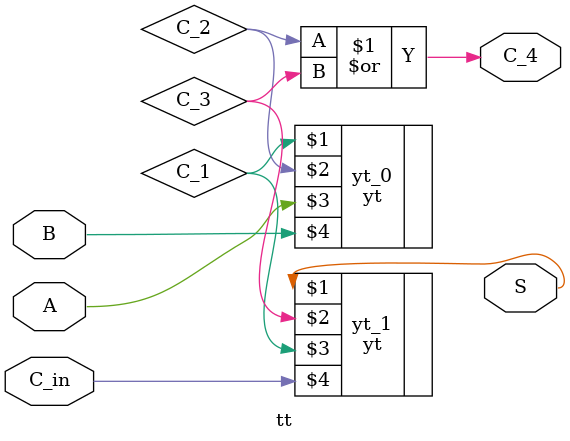
<source format=v>
module tt(S,C_4,A,B,C_in);
input A,B,C_in;
output S,C_4;
wire C_1,C_2,C_3;
yt yt_0(C_1,C_2,A,B);
yt yt_1(S,C_3,C_1,C_in);
or(C_4,C_2,C_3);
endmodule 
</source>
